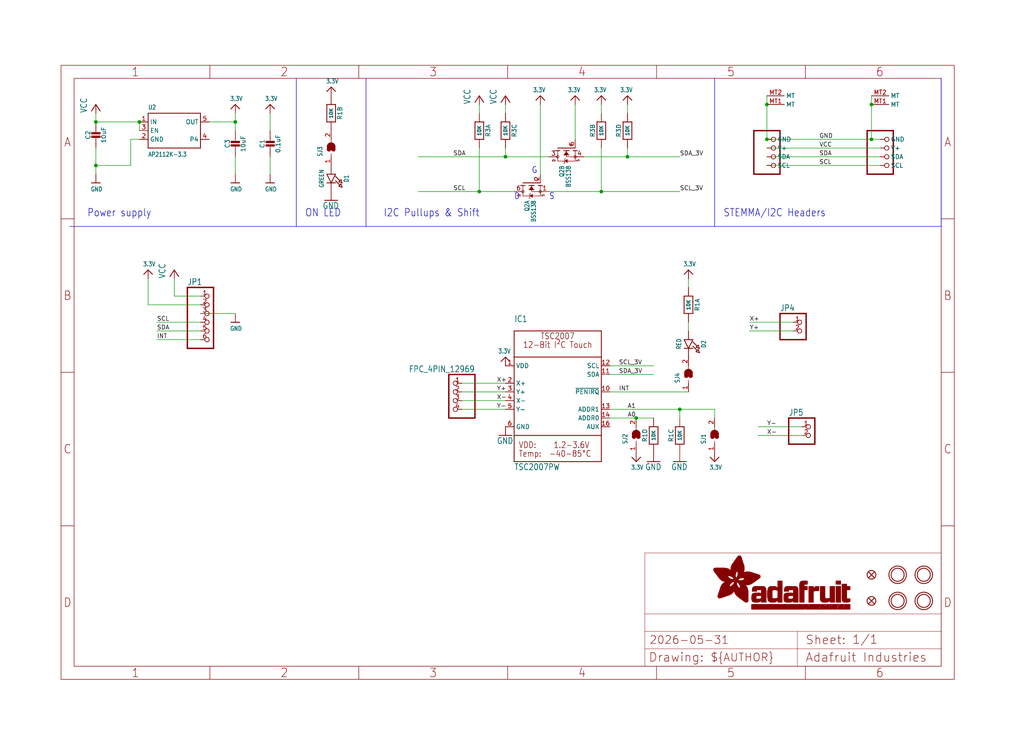
<source format=kicad_sch>
(kicad_sch (version 20230121) (generator eeschema)
  (paper "User" 298.45 217.322)
  (lib_symbols
    (symbol "working-eagle-import:3.3V" (power)
      (property "Value" "3.3V" (at -1.524 1.016 0))
      (symbol "3.3V_1_0"
        (pin power_in line (at 0 -2.54 90) (length 2.54) (name "3.3V") (number "1"))
      )
    )
    (symbol "working-eagle-import:CAP_CERAMIC0603_NO"
      (property "Reference" "C" (at -2.29 1.25 90))
      (symbol "CAP_CERAMIC0603_NO_1_0"
        (pin passive line (at 0 5.08 270) (length 2.54) (name "1") (number "1"))
        (pin passive line (at 0 -2.54 90) (length 2.54) (name "2") (number "2"))
      )
    )
    (symbol "working-eagle-import:CAP_CERAMIC0805-NOOUTLINE"
      (property "Reference" "C" (at -2.29 1.25 90))
      (symbol "CAP_CERAMIC0805-NOOUTLINE_1_0"
        (pin passive line (at 0 5.08 270) (length 2.54) (name "1") (number "1"))
        (pin passive line (at 0 -2.54 90) (length 2.54) (name "2") (number "2"))
      )
    )
    (symbol "working-eagle-import:FIDUCIAL_1MM")
    (symbol "working-eagle-import:FPC_4PIN_12969"
      (symbol "FPC_4PIN_12969_1_0"
        (pin passive inverted (at -2.54 -2.54 0) (length 2.54) (name "4") (number "1"))
        (pin passive inverted (at -2.54 0 0) (length 2.54) (name "3") (number "2"))
        (pin passive inverted (at -2.54 2.54 0) (length 2.54) (name "2") (number "3"))
        (pin passive inverted (at -2.54 5.08 0) (length 2.54) (name "1") (number "4"))
      )
    )
    (symbol "working-eagle-import:FRAME_A4_ADAFRUIT"
      (symbol "FRAME_A4_ADAFRUIT_1_0"
        (text "${#}/${##}" (at 230.505 10.16 0) (effects (font (size 2.54 2.54)) (justify left bottom)))
        (text "${AUTHOR}" (at 189.23 5.08 0) (effects (font (size 2.286 2.286)) (justify left bottom)))
        (text "${CURRENT_DATE}" (at 171.45 10.16 0) (effects (font (size 2.286 2.286)) (justify left bottom)))
        (text "${PROJECTNAME}" (at 171.45 15.24 0) (effects (font (size 2.54 2.54)) (justify left bottom)))
        (text "1" (at 21.6958 1.905 0) (effects (font (size 2.54 2.286))))
        (text "1" (at 21.6958 177.165 0) (effects (font (size 2.54 2.286))))
        (text "2" (at 65.0875 1.905 0) (effects (font (size 2.54 2.286))))
        (text "2" (at 65.0875 177.165 0) (effects (font (size 2.54 2.286))))
        (text "3" (at 108.4792 1.905 0) (effects (font (size 2.54 2.286))))
        (text "3" (at 108.4792 177.165 0) (effects (font (size 2.54 2.286))))
        (text "4" (at 151.8708 1.905 0) (effects (font (size 2.54 2.286))))
        (text "4" (at 151.8708 177.165 0) (effects (font (size 2.54 2.286))))
        (text "5" (at 195.2625 1.905 0) (effects (font (size 2.54 2.286))))
        (text "5" (at 195.2625 177.165 0) (effects (font (size 2.54 2.286))))
        (text "6" (at 238.6542 1.905 0) (effects (font (size 2.54 2.286))))
        (text "6" (at 238.6542 177.165 0) (effects (font (size 2.54 2.286))))
        (text "A" (at 1.905 156.6863 0) (effects (font (size 2.54 2.286))))
        (text "A" (at 258.445 156.6863 0) (effects (font (size 2.54 2.286))))
        (text "Adafruit Industries" (at 216.916 4.953 0) (effects (font (size 2.54 2.54)) (justify left bottom)))
        (text "B" (at 1.905 111.9188 0) (effects (font (size 2.54 2.286))))
        (text "B" (at 258.445 111.9188 0) (effects (font (size 2.54 2.286))))
        (text "C" (at 1.905 67.1513 0) (effects (font (size 2.54 2.286))))
        (text "C" (at 258.445 67.1513 0) (effects (font (size 2.54 2.286))))
        (text "D" (at 1.905 22.3838 0) (effects (font (size 2.54 2.286))))
        (text "D" (at 258.445 22.3838 0) (effects (font (size 2.54 2.286))))
        (text "Drawing:" (at 171.196 4.953 0) (effects (font (size 2.54 2.54)) (justify left bottom)))
        (text "Sheet:" (at 216.916 10.033 0) (effects (font (size 2.54 2.54)) (justify left bottom)))
      )
    )
    (symbol "working-eagle-import:GND" (power)
      (property "Value" "GND" (at -1.524 -2.54 0))
      (symbol "GND_1_0"
        (pin power_in line (at 0 2.54 270) (length 2.54) (name "GND") (number "1"))
      )
    )
    (symbol "working-eagle-import:HEADER-1X2ROUND"
      (property "Reference" "JP" (at -6.35 5.715 0))
      (symbol "HEADER-1X2ROUND_1_0"
        (pin passive inverted (at -2.54 2.54 0) (length 2.54) (name "1") (number "1"))
        (pin passive inverted (at -2.54 0 0) (length 2.54) (name "2") (number "2"))
      )
    )
    (symbol "working-eagle-import:HEADER-1X670MIL"
      (property "Reference" "JP" (at -6.35 10.795 0))
      (symbol "HEADER-1X670MIL_1_0"
        (pin passive inverted (at -2.54 7.62 0) (length 2.54) (name "1") (number "1"))
        (pin passive inverted (at -2.54 5.08 0) (length 2.54) (name "2") (number "2"))
        (pin passive inverted (at -2.54 2.54 0) (length 2.54) (name "3") (number "3"))
        (pin passive inverted (at -2.54 0 0) (length 2.54) (name "4") (number "4"))
        (pin passive inverted (at -2.54 -2.54 0) (length 2.54) (name "5") (number "5"))
        (pin passive inverted (at -2.54 -5.08 0) (length 2.54) (name "6") (number "6"))
      )
    )
    (symbol "working-eagle-import:LED0603_NOOUTLINE"
      (property "Reference" "D" (at -1.27 4.445 0))
      (symbol "LED0603_NOOUTLINE_1_0"
        (pin passive line (at -5.08 0 0) (length 2.54) (name "A") (number "A"))
        (pin passive line (at 2.54 0 180) (length 2.54) (name "C") (number "C"))
      )
    )
    (symbol "working-eagle-import:MOSFET-N_DUAL"
      (property "Reference" "Q" (at 5.08 0.635 0))
      (symbol "MOSFET-N_DUAL_1_0"
        (text "D" (at 3.175 3.175 0) (effects (font (size 0.8128 0.6908)) (justify left bottom)))
        (text "G" (at -1.27 -1.905 0) (effects (font (size 0.8128 0.6908)) (justify left bottom)))
        (text "S" (at 3.175 -3.81 0) (effects (font (size 0.8128 0.6908)) (justify left bottom)))
        (pin bidirectional line (at 2.54 -5.08 90) (length 2.54) (name "S") (number "1"))
        (pin bidirectional line (at -2.54 -2.54 0) (length 2.54) (name "G") (number "2"))
        (pin bidirectional line (at 2.54 5.08 270) (length 2.54) (name "D") (number "6"))
      )
      (symbol "MOSFET-N_DUAL_2_0"
        (text "D" (at 3.175 3.175 0) (effects (font (size 0.8128 0.6908)) (justify left bottom)))
        (text "G" (at -1.27 -1.905 0) (effects (font (size 0.8128 0.6908)) (justify left bottom)))
        (text "S" (at 3.175 -3.81 0) (effects (font (size 0.8128 0.6908)) (justify left bottom)))
        (pin bidirectional line (at 2.54 5.08 270) (length 2.54) (name "D") (number "3"))
        (pin bidirectional line (at 2.54 -5.08 90) (length 2.54) (name "S") (number "4"))
        (pin bidirectional line (at -2.54 -2.54 0) (length 2.54) (name "G") (number "5"))
      )
    )
    (symbol "working-eagle-import:MOUNTINGHOLE2.5")
    (symbol "working-eagle-import:RESISTOR_4PACK"
      (property "Reference" "R" (at 0 2.54 0))
      (symbol "RESISTOR_4PACK_1_0"
        (pin passive line (at -5.08 0 0) (length 2.54) (name "1") (number "1"))
        (pin passive line (at 5.08 0 180) (length 2.54) (name "2") (number "8"))
      )
      (symbol "RESISTOR_4PACK_2_0"
        (pin passive line (at -5.08 0 0) (length 2.54) (name "1") (number "2"))
        (pin passive line (at 5.08 0 180) (length 2.54) (name "2") (number "7"))
      )
      (symbol "RESISTOR_4PACK_3_0"
        (pin passive line (at -5.08 0 0) (length 2.54) (name "1") (number "3"))
        (pin passive line (at 5.08 0 180) (length 2.54) (name "2") (number "6"))
      )
      (symbol "RESISTOR_4PACK_4_0"
        (pin passive line (at -5.08 0 0) (length 2.54) (name "1") (number "4"))
        (pin passive line (at 5.08 0 180) (length 2.54) (name "2") (number "5"))
      )
    )
    (symbol "working-eagle-import:SOLDERJUMPER"
      (property "Reference" "SJ" (at -2.54 2.54 0))
      (symbol "SOLDERJUMPER_1_0"
        (pin passive line (at -5.08 0 0) (length 2.54) (name "1") (number "1"))
        (pin passive line (at 5.08 0 180) (length 2.54) (name "2") (number "2"))
      )
    )
    (symbol "working-eagle-import:SOLDERJUMPERCLOSED"
      (property "Reference" "SJ" (at -2.54 2.54 0))
      (symbol "SOLDERJUMPERCLOSED_1_0"
        (pin passive line (at -5.08 0 0) (length 2.54) (name "1") (number "1"))
        (pin passive line (at 5.08 0 180) (length 2.54) (name "2") (number "2"))
      )
    )
    (symbol "working-eagle-import:STEMMA_I2C_QT"
      (symbol "STEMMA_I2C_QT_1_0"
        (pin passive inverted (at 0 5.08 0) (length 2.54) (name "GND") (number "1"))
        (pin passive inverted (at 0 2.54 0) (length 2.54) (name "V+") (number "2"))
        (pin passive inverted (at 0 0 0) (length 2.54) (name "SDA") (number "3"))
        (pin passive inverted (at 0 -2.54 0) (length 2.54) (name "SCL") (number "4"))
      )
      (symbol "STEMMA_I2C_QT_2_0"
        (pin bidirectional line (at 0 0 0) (length 5.08) (name "MT") (number "MT1"))
      )
      (symbol "STEMMA_I2C_QT_3_0"
        (pin bidirectional line (at 0 0 0) (length 5.08) (name "MT") (number "MT2"))
      )
    )
    (symbol "working-eagle-import:TSC2007PW"
      (property "Reference" "IC" (at -12.7 20.32 0))
      (symbol "TSC2007PW_1_0"
        (text "-40-85°C" (at -2.54 -19.05 0) (effects (font (size 1.778 1.5113)) (justify left bottom)))
        (text "1.2-3.6V" (at -1.27 -16.51 0) (effects (font (size 1.778 1.5113)) (justify left bottom)))
        (text "12-Bit I²C Touch" (at -10.16 12.7 0) (effects (font (size 1.778 1.5113)) (justify left bottom)))
        (text "Temp:" (at -11.43 -19.05 0) (effects (font (size 1.778 1.5113)) (justify left bottom)))
        (text "TSC2007" (at -5.08 15.24 0) (effects (font (size 1.778 1.5113)) (justify left bottom)))
        (text "VDD:" (at -11.43 -16.51 0) (effects (font (size 1.778 1.5113)) (justify left bottom)))
        (pin bidirectional line (at -15.24 7.62 0) (length 2.54) (name "VDD") (number "1"))
        (pin output line (at 15.24 0 180) (length 2.54) (name "~{PENIRQ}") (number "10"))
        (pin bidirectional line (at 15.24 5.08 180) (length 2.54) (name "SDA") (number "11"))
        (pin bidirectional line (at 15.24 7.62 180) (length 2.54) (name "SCL") (number "12"))
        (pin input line (at 15.24 -5.08 180) (length 2.54) (name "ADDR1") (number "13"))
        (pin input line (at 15.24 -7.62 180) (length 2.54) (name "ADDR0") (number "14"))
        (pin input line (at 15.24 -10.16 180) (length 2.54) (name "AUX") (number "16"))
        (pin input line (at -15.24 2.54 0) (length 2.54) (name "X+") (number "2"))
        (pin input line (at -15.24 0 0) (length 2.54) (name "Y+") (number "3"))
        (pin input line (at -15.24 -2.54 0) (length 2.54) (name "X-") (number "4"))
        (pin input line (at -15.24 -5.08 0) (length 2.54) (name "Y-") (number "5"))
        (pin bidirectional line (at -15.24 -10.16 0) (length 2.54) (name "GND") (number "6"))
      )
    )
    (symbol "working-eagle-import:VCC" (power)
      (property "Value" "VCC" (at -2.54 -2.54 90))
      (symbol "VCC_1_0"
        (pin power_in line (at 0 -2.54 90) (length 2.54) (name "VCC") (number "1"))
      )
    )
    (symbol "working-eagle-import:VREG_SOT23-5"
      (property "Reference" "U" (at -7.62 6.096 0))
      (symbol "VREG_SOT23-5_1_0"
        (pin power_in line (at -10.16 2.54 0) (length 2.54) (name "IN") (number "1"))
        (pin power_in line (at -10.16 -2.54 0) (length 2.54) (name "GND") (number "2"))
        (pin input line (at -10.16 0 0) (length 2.54) (name "EN") (number "3"))
        (pin bidirectional line (at 10.16 -2.54 180) (length 2.54) (name "P4") (number "4"))
        (pin power_in line (at 10.16 2.54 180) (length 2.54) (name "OUT") (number "5"))
      )
    )
    (symbol "working-eagle-import:supply1_GND" (power)
      (property "Value" "supply1_GND" (at -2.54 -2.54 0))
      (symbol "supply1_GND_1_0"
        (pin power_in line (at 0 2.54 270) (length 2.54) (name "GND") (number "1"))
      )
    )
  )
  (junction (at 27.94 48.26))
  (junction (at 223.52 30.48))
  (junction (at 223.52 40.64))
  (junction (at 254 30.48))
  (junction (at 185.42 121.92))
  (junction (at 147.32 45.72))
  (junction (at 254 40.64))
  (junction (at 40.64 35.56))
  (junction (at 27.94 35.56))
  (junction (at 139.7 55.88))
  (junction (at 182.88 45.72))
  (junction (at 175.26 55.88))
  (junction (at 198.12 119.38))
  (junction (at 68.58 35.56))
  (wire (pts (xy 134.62 119.38) (xy 147.32 119.38)) (stroke (width 0.1524)))
  (wire (pts (xy 147.32 43.18) (xy 147.32 45.72)) (stroke (width 0.1524)))
  (wire (pts (xy 175.26 43.18) (xy 175.26 55.88)) (stroke (width 0.1524)))
  (polyline (pts (xy 86.36 66.04) (xy 106.68 66.04)) (stroke (width 0.1524) (type solid)))
  (wire (pts (xy 182.88 43.18) (xy 182.88 45.72)) (stroke (width 0.1524)))
  (wire (pts (xy 58.42 86.36) (xy 50.8 86.36)) (stroke (width 0.1524)))
  (wire (pts (xy 170.18 45.72) (xy 182.88 45.72)) (stroke (width 0.1524)))
  (wire (pts (xy 134.62 114.3) (xy 147.32 114.3)) (stroke (width 0.1524)))
  (wire (pts (xy 254 27.94) (xy 254 30.48)) (stroke (width 0.1524)))
  (wire (pts (xy 223.52 27.94) (xy 223.52 30.48)) (stroke (width 0.1524)))
  (wire (pts (xy 200.66 96.52) (xy 200.66 93.98)) (stroke (width 0.1524)))
  (wire (pts (xy 40.64 38.1) (xy 40.64 35.56)) (stroke (width 0.1524)))
  (wire (pts (xy 43.18 88.9) (xy 43.18 81.28)) (stroke (width 0.1524)))
  (wire (pts (xy 177.8 114.3) (xy 200.66 114.3)) (stroke (width 0.1524)))
  (wire (pts (xy 220.98 127) (xy 233.68 127)) (stroke (width 0.1524)))
  (wire (pts (xy 58.42 91.44) (xy 68.58 91.44)) (stroke (width 0.1524)))
  (wire (pts (xy 218.44 93.98) (xy 231.14 93.98)) (stroke (width 0.1524)))
  (wire (pts (xy 185.42 121.92) (xy 177.8 121.92)) (stroke (width 0.1524)))
  (wire (pts (xy 68.58 35.56) (xy 68.58 38.1)) (stroke (width 0.1524)))
  (wire (pts (xy 68.58 45.72) (xy 68.58 50.8)) (stroke (width 0.1524)))
  (polyline (pts (xy 20.32 66.04) (xy 86.36 66.04)) (stroke (width 0.1524) (type solid)))
  (wire (pts (xy 78.74 45.72) (xy 78.74 50.8)) (stroke (width 0.1524)))
  (wire (pts (xy 58.42 99.06) (xy 45.72 99.06)) (stroke (width 0.1524)))
  (wire (pts (xy 60.96 35.56) (xy 68.58 35.56)) (stroke (width 0.1524)))
  (wire (pts (xy 208.28 119.38) (xy 208.28 121.92)) (stroke (width 0.1524)))
  (wire (pts (xy 38.1 48.26) (xy 27.94 48.26)) (stroke (width 0.1524)))
  (wire (pts (xy 147.32 116.84) (xy 134.62 116.84)) (stroke (width 0.1524)))
  (wire (pts (xy 139.7 55.88) (xy 121.92 55.88)) (stroke (width 0.1524)))
  (wire (pts (xy 256.54 40.64) (xy 254 40.64)) (stroke (width 0.1524)))
  (wire (pts (xy 223.52 43.18) (xy 256.54 43.18)) (stroke (width 0.1524)))
  (wire (pts (xy 134.62 111.76) (xy 147.32 111.76)) (stroke (width 0.1524)))
  (polyline (pts (xy 106.68 66.04) (xy 208.28 66.04)) (stroke (width 0.1524) (type solid)))
  (polyline (pts (xy 208.28 22.86) (xy 208.28 66.04)) (stroke (width 0.1524) (type solid)))
  (wire (pts (xy 149.86 55.88) (xy 139.7 55.88)) (stroke (width 0.1524)))
  (wire (pts (xy 139.7 30.48) (xy 139.7 33.02)) (stroke (width 0.1524)))
  (wire (pts (xy 223.52 30.48) (xy 223.52 40.64)) (stroke (width 0.1524)))
  (wire (pts (xy 40.64 40.64) (xy 38.1 40.64)) (stroke (width 0.1524)))
  (wire (pts (xy 223.52 48.26) (xy 256.54 48.26)) (stroke (width 0.1524)))
  (wire (pts (xy 27.94 33.02) (xy 27.94 35.56)) (stroke (width 0.1524)))
  (wire (pts (xy 38.1 40.64) (xy 38.1 48.26)) (stroke (width 0.1524)))
  (wire (pts (xy 78.74 33.02) (xy 78.74 38.1)) (stroke (width 0.1524)))
  (wire (pts (xy 198.12 119.38) (xy 208.28 119.38)) (stroke (width 0.1524)))
  (wire (pts (xy 198.12 119.38) (xy 198.12 121.92)) (stroke (width 0.1524)))
  (wire (pts (xy 27.94 48.26) (xy 27.94 50.8)) (stroke (width 0.1524)))
  (wire (pts (xy 139.7 43.18) (xy 139.7 55.88)) (stroke (width 0.1524)))
  (polyline (pts (xy 274.32 22.86) (xy 274.32 66.04)) (stroke (width 0.1524) (type solid)))
  (wire (pts (xy 27.94 48.26) (xy 27.94 43.18)) (stroke (width 0.1524)))
  (polyline (pts (xy 106.68 22.86) (xy 106.68 66.04)) (stroke (width 0.1524) (type solid)))
  (wire (pts (xy 177.8 106.68) (xy 190.5 106.68)) (stroke (width 0.1524)))
  (wire (pts (xy 50.8 86.36) (xy 50.8 81.28)) (stroke (width 0.1524)))
  (wire (pts (xy 160.02 45.72) (xy 147.32 45.72)) (stroke (width 0.1524)))
  (wire (pts (xy 167.64 40.64) (xy 167.64 30.48)) (stroke (width 0.1524)))
  (wire (pts (xy 182.88 33.02) (xy 182.88 30.48)) (stroke (width 0.1524)))
  (wire (pts (xy 40.64 35.56) (xy 27.94 35.56)) (stroke (width 0.1524)))
  (polyline (pts (xy 208.28 66.04) (xy 274.32 66.04)) (stroke (width 0.1524) (type solid)))
  (wire (pts (xy 177.8 119.38) (xy 198.12 119.38)) (stroke (width 0.1524)))
  (wire (pts (xy 157.48 50.8) (xy 157.48 30.48)) (stroke (width 0.1524)))
  (wire (pts (xy 175.26 55.88) (xy 198.12 55.88)) (stroke (width 0.1524)))
  (wire (pts (xy 177.8 109.22) (xy 190.5 109.22)) (stroke (width 0.1524)))
  (wire (pts (xy 160.02 55.88) (xy 175.26 55.88)) (stroke (width 0.1524)))
  (wire (pts (xy 147.32 33.02) (xy 147.32 30.48)) (stroke (width 0.1524)))
  (wire (pts (xy 220.98 124.46) (xy 233.68 124.46)) (stroke (width 0.1524)))
  (wire (pts (xy 182.88 45.72) (xy 198.12 45.72)) (stroke (width 0.1524)))
  (wire (pts (xy 58.42 88.9) (xy 43.18 88.9)) (stroke (width 0.1524)))
  (wire (pts (xy 254 40.64) (xy 223.52 40.64)) (stroke (width 0.1524)))
  (wire (pts (xy 58.42 93.98) (xy 45.72 93.98)) (stroke (width 0.1524)))
  (wire (pts (xy 68.58 35.56) (xy 68.58 33.02)) (stroke (width 0.1524)))
  (wire (pts (xy 256.54 45.72) (xy 223.52 45.72)) (stroke (width 0.1524)))
  (wire (pts (xy 218.44 96.52) (xy 231.14 96.52)) (stroke (width 0.1524)))
  (wire (pts (xy 175.26 33.02) (xy 175.26 30.48)) (stroke (width 0.1524)))
  (wire (pts (xy 254 30.48) (xy 254 40.64)) (stroke (width 0.1524)))
  (wire (pts (xy 200.66 81.28) (xy 200.66 83.82)) (stroke (width 0.1524)))
  (polyline (pts (xy 86.36 22.86) (xy 86.36 66.04)) (stroke (width 0.1524) (type solid)))
  (wire (pts (xy 147.32 45.72) (xy 121.92 45.72)) (stroke (width 0.1524)))
  (wire (pts (xy 190.5 121.92) (xy 185.42 121.92)) (stroke (width 0.1524)))
  (wire (pts (xy 58.42 96.52) (xy 45.72 96.52)) (stroke (width 0.1524)))
  (text "I2C Pullups & Shift" (at 111.76 63.5 0) (effects (font (size 2.1844 1.8567)) (justify left bottom)))
  (text "S" (at 160.02 58.42 0) (effects (font (size 1.778 1.5113)) (justify left bottom)))
  (text "D" (at 149.86 58.42 0) (effects (font (size 1.778 1.5113)) (justify left bottom)))
  (text "Power supply" (at 25.4 63.5 0) (effects (font (size 2.1844 1.8567)) (justify left bottom)))
  (text "STEMMA/I2C Headers" (at 210.82 63.5 0) (effects (font (size 2.1844 1.8567)) (justify left bottom)))
  (text "ON LED" (at 88.9 63.5 0) (effects (font (size 2.1844 1.8567)) (justify left bottom)))
  (text "G" (at 154.94 50.8 0) (effects (font (size 1.778 1.5113)) (justify left bottom)))
  (label "SCL" (at 132.08 55.88 0) (effects (font (size 1.2446 1.2446))))
  (label "SCL" (at 45.72 93.98 0) (effects (font (size 1.2446 1.2446))))
  (label "SDA" (at 132.08 45.72 0) (effects (font (size 1.2446 1.2446))))
  (label "A0" (at 182.88 121.92 0) (effects (font (size 1.2446 1.2446))))
  (label "X+" (at 218.44 93.98 0) (effects (font (size 1.2446 1.2446))))
  (label "SDA_3V" (at 198.12 45.72 0) (effects (font (size 1.2446 1.2446))))
  (label "X+" (at 144.78 111.76 0) (effects (font (size 1.2446 1.2446))))
  (label "SCL_3V" (at 180.34 106.68 0) (effects (font (size 1.2446 1.2446))))
  (label "Y-" (at 223.52 124.46 0) (effects (font (size 1.2446 1.2446))))
  (label "INT" (at 45.72 99.06 0) (effects (font (size 1.2446 1.2446))))
  (label "SCL" (at 238.76 48.26 0) (effects (font (size 1.2446 1.2446))))
  (label "SDA" (at 45.72 96.52 0) (effects (font (size 1.2446 1.2446))))
  (label "SDA" (at 238.76 45.72 0) (effects (font (size 1.2446 1.2446))))
  (label "VCC" (at 238.76 43.18 0) (effects (font (size 1.2446 1.2446))))
  (label "Y-" (at 144.78 119.38 0) (effects (font (size 1.2446 1.2446))))
  (label "SCL_3V" (at 198.12 55.88 0) (effects (font (size 1.2446 1.2446))))
  (label "X-" (at 223.52 127 0) (effects (font (size 1.2446 1.2446))))
  (label "X-" (at 144.78 116.84 0) (effects (font (size 1.2446 1.2446))))
  (label "Y+" (at 218.44 96.52 0) (effects (font (size 1.2446 1.2446))))
  (label "Y+" (at 144.78 114.3 0) (effects (font (size 1.2446 1.2446))))
  (label "INT" (at 180.34 114.3 0) (effects (font (size 1.2446 1.2446))))
  (label "A1" (at 182.88 119.38 0) (effects (font (size 1.2446 1.2446))))
  (label "GND" (at 238.76 40.64 0) (effects (font (size 1.2446 1.2446))))
  (label "SDA_3V" (at 180.34 109.22 0) (effects (font (size 1.2446 1.2446))))
  (symbol (lib_id "working-eagle-import:RESISTOR_4PACK") (at 200.66 88.9 270) (unit 1)
    (property "Reference" "R1" (at 203.2 88.9 0))
    (property "Value" "10K" (at 200.66 88.9 0) (effects (font (size 1.016 1.016) bold)))
    (property "Footprint" "working:RESPACK_4X0603" (effects hide))
  )
  (symbol (lib_id "working-eagle-import:CAP_CERAMIC0805-NOOUTLINE") (at 27.94 40.64 0) (unit 1)
    (property "Reference" "C2" (at 25.65 39.39 90))
    (property "Value" "10uF" (at 30.24 39.39 90))
    (property "Footprint" "working:0805-NO" (effects hide))
  )
  (symbol (lib_id "working-eagle-import:supply1_GND") (at 147.32 127 0) (unit 1)
    (property "Reference" "#GND1" (effects hide))
    (property "Value" "GND" (at 144.78 129.54 0) (effects (font (size 1.778 1.5113)) (justify left bottom)))
  )
  (symbol (lib_id "working-eagle-import:supply1_GND") (at 96.52 58.42 0) (unit 1)
    (property "Reference" "#GND6" (effects hide))
    (property "Value" "GND" (at 93.98 60.96 0) (effects (font (size 1.778 1.5113)) (justify left bottom)))
  )
  (symbol (lib_id "working-eagle-import:3.3V") (at 200.66 78.74 0) (unit 1)
    (property "Reference" "#U$11" (effects hide))
    (property "Value" "3.3V" (at 199.136 77.724 0) (effects (font (size 1.27 1.0795)) (justify left bottom)))
  )
  (symbol (lib_id "working-eagle-import:FPC_4PIN_12969") (at 132.08 114.3 180) (unit 1)
    (property "Reference" "U$4" (effects hide))
    (property "Value" "FPC_4PIN_12969" (at 138.43 106.68 0) (effects (font (size 1.778 1.5113)) (justify left bottom)))
    (property "Footprint" "working:FPC_CONN_1MM_DUAL_4P" (effects hide))
  )
  (symbol (lib_id "working-eagle-import:RESISTOR_4PACK") (at 147.32 38.1 270) (unit 3)
    (property "Reference" "R3" (at 149.86 38.1 0))
    (property "Value" "10K" (at 147.32 38.1 0) (effects (font (size 1.016 1.016) bold)))
    (property "Footprint" "working:RESPACK_4X0603" (effects hide))
  )
  (symbol (lib_id "working-eagle-import:CAP_CERAMIC0805-NOOUTLINE") (at 68.58 43.18 0) (unit 1)
    (property "Reference" "C3" (at 66.29 41.93 90))
    (property "Value" "10uF" (at 70.88 41.93 90))
    (property "Footprint" "working:0805-NO" (effects hide))
  )
  (symbol (lib_id "working-eagle-import:GND") (at 68.58 53.34 0) (unit 1)
    (property "Reference" "#U$5" (effects hide))
    (property "Value" "GND" (at 67.056 55.88 0) (effects (font (size 1.27 1.0795)) (justify left bottom)))
  )
  (symbol (lib_id "working-eagle-import:SOLDERJUMPER") (at 208.28 127 90) (unit 1)
    (property "Reference" "SJ1" (at 205.74 129.54 0) (effects (font (size 1.27 1.0795)) (justify left bottom)))
    (property "Value" "SOLDERJUMPER" (effects hide))
    (property "Footprint" "working:SOLDERJUMPER_ARROW_NOPASTE" (effects hide))
  )
  (symbol (lib_id "working-eagle-import:3.3V") (at 43.18 78.74 0) (unit 1)
    (property "Reference" "#U$16" (effects hide))
    (property "Value" "3.3V" (at 41.656 77.724 0) (effects (font (size 1.27 1.0795)) (justify left bottom)))
  )
  (symbol (lib_id "working-eagle-import:3.3V") (at 208.28 134.62 0) (mirror x) (unit 1)
    (property "Reference" "#U$9" (effects hide))
    (property "Value" "3.3V" (at 206.756 135.636 0) (effects (font (size 1.27 1.0795)) (justify left bottom)))
  )
  (symbol (lib_id "working-eagle-import:RESISTOR_4PACK") (at 175.26 38.1 90) (mirror x) (unit 2)
    (property "Reference" "R3" (at 172.72 38.1 0))
    (property "Value" "10K" (at 175.26 38.1 0) (effects (font (size 1.016 1.016) bold)))
    (property "Footprint" "working:RESPACK_4X0603" (effects hide))
  )
  (symbol (lib_id "working-eagle-import:VCC") (at 27.94 30.48 0) (unit 1)
    (property "Reference" "#P+3" (effects hide))
    (property "Value" "VCC" (at 25.4 33.02 90) (effects (font (size 1.778 1.5113)) (justify left bottom)))
  )
  (symbol (lib_id "working-eagle-import:MOUNTINGHOLE2.5") (at 269.24 175.26 0) (unit 1)
    (property "Reference" "U$21" (effects hide))
    (property "Value" "MOUNTINGHOLE2.5" (effects hide))
    (property "Footprint" "working:MOUNTINGHOLE_2.5_PLATED" (effects hide))
  )
  (symbol (lib_id "working-eagle-import:MOUNTINGHOLE2.5") (at 269.24 167.64 0) (unit 1)
    (property "Reference" "U$19" (effects hide))
    (property "Value" "MOUNTINGHOLE2.5" (effects hide))
    (property "Footprint" "working:MOUNTINGHOLE_2.5_PLATED" (effects hide))
  )
  (symbol (lib_id "working-eagle-import:STEMMA_I2C_QT") (at 223.52 27.94 0) (unit 3)
    (property "Reference" "CONN3" (effects hide))
    (property "Value" "STEMMA_I2C_QT" (effects hide))
    (property "Footprint" "working:JST_SH4" (effects hide))
  )
  (symbol (lib_id "working-eagle-import:3.3V") (at 182.88 27.94 0) (mirror y) (unit 1)
    (property "Reference" "#U$7" (effects hide))
    (property "Value" "3.3V" (at 184.404 26.924 0) (effects (font (size 1.27 1.0795)) (justify left bottom)))
  )
  (symbol (lib_id "working-eagle-import:VCC") (at 50.8 78.74 0) (unit 1)
    (property "Reference" "#P+4" (effects hide))
    (property "Value" "VCC" (at 48.26 81.28 90) (effects (font (size 1.778 1.5113)) (justify left bottom)))
  )
  (symbol (lib_id "working-eagle-import:SOLDERJUMPER") (at 185.42 127 90) (unit 1)
    (property "Reference" "SJ2" (at 182.88 129.54 0) (effects (font (size 1.27 1.0795)) (justify left bottom)))
    (property "Value" "SOLDERJUMPER" (effects hide))
    (property "Footprint" "working:SOLDERJUMPER_ARROW_NOPASTE" (effects hide))
  )
  (symbol (lib_id "working-eagle-import:GND") (at 78.74 53.34 0) (unit 1)
    (property "Reference" "#U$6" (effects hide))
    (property "Value" "GND" (at 77.216 55.88 0) (effects (font (size 1.27 1.0795)) (justify left bottom)))
  )
  (symbol (lib_id "working-eagle-import:3.3V") (at 147.32 104.14 0) (mirror y) (unit 1)
    (property "Reference" "#U$2" (effects hide))
    (property "Value" "3.3V" (at 148.844 103.124 0) (effects (font (size 1.27 1.0795)) (justify left bottom)))
  )
  (symbol (lib_id "working-eagle-import:GND") (at 27.94 53.34 0) (unit 1)
    (property "Reference" "#U$13" (effects hide))
    (property "Value" "GND" (at 26.416 55.88 0) (effects (font (size 1.27 1.0795)) (justify left bottom)))
  )
  (symbol (lib_id "working-eagle-import:TSC2007PW") (at 162.56 114.3 0) (unit 1)
    (property "Reference" "IC1" (at 149.86 93.98 0) (effects (font (size 1.778 1.5113)) (justify left bottom)))
    (property "Value" "TSC2007PW" (at 149.86 137.16 0) (effects (font (size 1.778 1.5113)) (justify left bottom)))
    (property "Footprint" "working:TSSOP16" (effects hide))
  )
  (symbol (lib_id "working-eagle-import:RESISTOR_4PACK") (at 96.52 33.02 270) (unit 2)
    (property "Reference" "R1" (at 99.06 33.02 0))
    (property "Value" "10K" (at 96.52 33.02 0) (effects (font (size 1.016 1.016) bold)))
    (property "Footprint" "working:RESPACK_4X0603" (effects hide))
  )
  (symbol (lib_id "working-eagle-import:STEMMA_I2C_QT") (at 254 27.94 0) (unit 3)
    (property "Reference" "CONN4" (effects hide))
    (property "Value" "STEMMA_I2C_QT" (effects hide))
    (property "Footprint" "working:JST_SH4" (effects hide))
  )
  (symbol (lib_id "working-eagle-import:MOSFET-N_DUAL") (at 154.94 53.34 90) (mirror x) (unit 1)
    (property "Reference" "Q2" (at 154.305 58.42 0) (effects (font (size 1.27 1.0795)) (justify left bottom)))
    (property "Value" "BSS138" (at 156.21 58.42 0) (effects (font (size 1.27 1.0795)) (justify left bottom)))
    (property "Footprint" "working:SOT363" (effects hide))
  )
  (symbol (lib_id "working-eagle-import:HEADER-1X2ROUND") (at 233.68 96.52 0) (unit 1)
    (property "Reference" "JP4" (at 227.33 90.805 0) (effects (font (size 1.778 1.5113)) (justify left bottom)))
    (property "Value" "HEADER-1X2ROUND" (effects hide))
    (property "Footprint" "working:1X02_ROUND" (effects hide))
  )
  (symbol (lib_id "working-eagle-import:3.3V") (at 157.48 27.94 0) (mirror y) (unit 1)
    (property "Reference" "#U$26" (effects hide))
    (property "Value" "3.3V" (at 159.004 26.924 0) (effects (font (size 1.27 1.0795)) (justify left bottom)))
  )
  (symbol (lib_id "working-eagle-import:RESISTOR_4PACK") (at 190.5 127 90) (unit 4)
    (property "Reference" "R1" (at 187.96 127 0))
    (property "Value" "10K" (at 190.5 127 0) (effects (font (size 1.016 1.016) bold)))
    (property "Footprint" "working:RESPACK_4X0603" (effects hide))
  )
  (symbol (lib_id "working-eagle-import:HEADER-1X670MIL") (at 60.96 93.98 0) (unit 1)
    (property "Reference" "JP1" (at 54.61 83.185 0) (effects (font (size 1.778 1.5113)) (justify left bottom)))
    (property "Value" "HEADER-1X670MIL" (effects hide))
    (property "Footprint" "working:1X06_ROUND_70" (effects hide))
  )
  (symbol (lib_id "working-eagle-import:HEADER-1X2ROUND") (at 236.22 127 0) (unit 1)
    (property "Reference" "JP5" (at 229.87 121.285 0) (effects (font (size 1.778 1.5113)) (justify left bottom)))
    (property "Value" "HEADER-1X2ROUND" (effects hide))
    (property "Footprint" "working:1X02_ROUND" (effects hide))
  )
  (symbol (lib_id "working-eagle-import:3.3V") (at 68.58 30.48 0) (unit 1)
    (property "Reference" "#U$15" (effects hide))
    (property "Value" "3.3V" (at 67.056 29.464 0) (effects (font (size 1.27 1.0795)) (justify left bottom)))
  )
  (symbol (lib_id "working-eagle-import:RESISTOR_4PACK") (at 182.88 38.1 90) (mirror x) (unit 4)
    (property "Reference" "R3" (at 180.34 38.1 0))
    (property "Value" "10K" (at 182.88 38.1 0) (effects (font (size 1.016 1.016) bold)))
    (property "Footprint" "working:RESPACK_4X0603" (effects hide))
  )
  (symbol (lib_id "working-eagle-import:GND") (at 68.58 93.98 0) (unit 1)
    (property "Reference" "#U$10" (effects hide))
    (property "Value" "GND" (at 67.056 96.52 0) (effects (font (size 1.27 1.0795)) (justify left bottom)))
  )
  (symbol (lib_id "working-eagle-import:VCC") (at 147.32 27.94 0) (unit 1)
    (property "Reference" "#P+2" (effects hide))
    (property "Value" "VCC" (at 144.78 30.48 90) (effects (font (size 1.778 1.5113)) (justify left bottom)))
  )
  (symbol (lib_id "working-eagle-import:MOUNTINGHOLE2.5") (at 261.62 175.26 0) (unit 1)
    (property "Reference" "U$1" (effects hide))
    (property "Value" "MOUNTINGHOLE2.5" (effects hide))
    (property "Footprint" "working:MOUNTINGHOLE_2.5_PLATED" (effects hide))
  )
  (symbol (lib_id "working-eagle-import:STEMMA_I2C_QT") (at 254 30.48 0) (unit 2)
    (property "Reference" "CONN4" (effects hide))
    (property "Value" "STEMMA_I2C_QT" (effects hide))
    (property "Footprint" "working:JST_SH4" (effects hide))
  )
  (symbol (lib_id "working-eagle-import:SOLDERJUMPERCLOSED") (at 200.66 109.22 90) (unit 1)
    (property "Reference" "SJ4" (at 198.12 111.76 0) (effects (font (size 1.27 1.0795)) (justify left bottom)))
    (property "Value" "SOLDERJUMPERCLOSED" (effects hide))
    (property "Footprint" "working:SOLDERJUMPER_CLOSEDWIRE" (effects hide))
  )
  (symbol (lib_id "working-eagle-import:STEMMA_I2C_QT") (at 223.52 30.48 0) (unit 2)
    (property "Reference" "CONN3" (effects hide))
    (property "Value" "STEMMA_I2C_QT" (effects hide))
    (property "Footprint" "working:JST_SH4" (effects hide))
  )
  (symbol (lib_id "working-eagle-import:SOLDERJUMPERCLOSED") (at 96.52 43.18 90) (unit 1)
    (property "Reference" "SJ3" (at 93.98 45.72 0) (effects (font (size 1.27 1.0795)) (justify left bottom)))
    (property "Value" "SOLDERJUMPERCLOSED" (effects hide))
    (property "Footprint" "working:SOLDERJUMPER_CLOSEDWIRE" (effects hide))
  )
  (symbol (lib_id "working-eagle-import:LED0603_NOOUTLINE") (at 96.52 53.34 270) (unit 1)
    (property "Reference" "D1" (at 100.965 52.07 0) (effects (font (size 1.27 1.0795))))
    (property "Value" "GREEN" (at 93.726 52.07 0) (effects (font (size 1.27 1.0795))))
    (property "Footprint" "working:CHIPLED_0603_NOOUTLINE" (effects hide))
  )
  (symbol (lib_id "working-eagle-import:VREG_SOT23-5") (at 50.8 38.1 0) (unit 1)
    (property "Reference" "U2" (at 43.18 32.004 0) (effects (font (size 1.27 1.0795)) (justify left bottom)))
    (property "Value" "AP2112K-3.3" (at 43.18 45.72 0) (effects (font (size 1.27 1.0795)) (justify left bottom)))
    (property "Footprint" "working:SOT23-5" (effects hide))
  )
  (symbol (lib_id "working-eagle-import:supply1_GND") (at 190.5 134.62 0) (unit 1)
    (property "Reference" "#GND2" (effects hide))
    (property "Value" "GND" (at 187.96 137.16 0) (effects (font (size 1.778 1.5113)) (justify left bottom)))
  )
  (symbol (lib_id "working-eagle-import:MOUNTINGHOLE2.5") (at 261.62 167.64 0) (unit 1)
    (property "Reference" "U$17" (effects hide))
    (property "Value" "MOUNTINGHOLE2.5" (effects hide))
    (property "Footprint" "working:MOUNTINGHOLE_2.5_PLATED" (effects hide))
  )
  (symbol (lib_id "working-eagle-import:FRAME_A4_ADAFRUIT") (at 17.78 198.12 0) (unit 1)
    (property "Reference" "#U$18" (effects hide))
    (property "Value" "FRAME_A4_ADAFRUIT" (effects hide))
  )
  (symbol (lib_id "working-eagle-import:RESISTOR_4PACK") (at 198.12 127 90) (unit 3)
    (property "Reference" "R1" (at 195.58 127 0))
    (property "Value" "10K" (at 198.12 127 0) (effects (font (size 1.016 1.016) bold)))
    (property "Footprint" "working:RESPACK_4X0603" (effects hide))
  )
  (symbol (lib_id "working-eagle-import:STEMMA_I2C_QT") (at 223.52 45.72 0) (unit 1)
    (property "Reference" "CONN3" (effects hide))
    (property "Value" "STEMMA_I2C_QT" (effects hide))
    (property "Footprint" "working:JST_SH4" (effects hide))
  )
  (symbol (lib_id "working-eagle-import:VCC") (at 139.7 27.94 0) (unit 1)
    (property "Reference" "#P+1" (effects hide))
    (property "Value" "VCC" (at 137.16 30.48 90) (effects (font (size 1.778 1.5113)) (justify left bottom)))
  )
  (symbol (lib_id "working-eagle-import:3.3V") (at 185.42 134.62 0) (mirror x) (unit 1)
    (property "Reference" "#U$8" (effects hide))
    (property "Value" "3.3V" (at 183.896 135.636 0) (effects (font (size 1.27 1.0795)) (justify left bottom)))
  )
  (symbol (lib_id "working-eagle-import:RESISTOR_4PACK") (at 139.7 38.1 270) (unit 1)
    (property "Reference" "R3" (at 142.24 38.1 0))
    (property "Value" "10K" (at 139.7 38.1 0) (effects (font (size 1.016 1.016) bold)))
    (property "Footprint" "working:RESPACK_4X0603" (effects hide))
  )
  (symbol (lib_id "working-eagle-import:3.3V") (at 78.74 30.48 0) (unit 1)
    (property "Reference" "#U$14" (effects hide))
    (property "Value" "3.3V" (at 77.216 29.464 0) (effects (font (size 1.27 1.0795)) (justify left bottom)))
  )
  (symbol (lib_id "working-eagle-import:STEMMA_I2C_QT") (at 256.54 45.72 0) (unit 1)
    (property "Reference" "CONN4" (effects hide))
    (property "Value" "STEMMA_I2C_QT" (effects hide))
    (property "Footprint" "working:JST_SH4" (effects hide))
  )
  (symbol (lib_id "working-eagle-import:FIDUCIAL_1MM") (at 254 175.26 0) (unit 1)
    (property "Reference" "FID3" (effects hide))
    (property "Value" "FIDUCIAL_1MM" (effects hide))
    (property "Footprint" "working:FIDUCIAL_1MM" (effects hide))
  )
  (symbol (lib_id "working-eagle-import:LED0603_NOOUTLINE") (at 200.66 101.6 270) (unit 1)
    (property "Reference" "D2" (at 205.105 100.33 0) (effects (font (size 1.27 1.0795))))
    (property "Value" "RED" (at 197.866 100.33 0) (effects (font (size 1.27 1.0795))))
    (property "Footprint" "working:CHIPLED_0603_NOOUTLINE" (effects hide))
  )
  (symbol (lib_id "working-eagle-import:3.3V") (at 175.26 27.94 0) (mirror y) (unit 1)
    (property "Reference" "#U$24" (effects hide))
    (property "Value" "3.3V" (at 176.784 26.924 0) (effects (font (size 1.27 1.0795)) (justify left bottom)))
  )
  (symbol (lib_id "working-eagle-import:supply1_GND") (at 198.12 134.62 0) (unit 1)
    (property "Reference" "#GND3" (effects hide))
    (property "Value" "GND" (at 195.58 137.16 0) (effects (font (size 1.778 1.5113)) (justify left bottom)))
  )
  (symbol (lib_id "working-eagle-import:FIDUCIAL_1MM") (at 254 167.64 0) (unit 1)
    (property "Reference" "FID4" (effects hide))
    (property "Value" "FIDUCIAL_1MM" (effects hide))
    (property "Footprint" "working:FIDUCIAL_1MM" (effects hide))
  )
  (symbol (lib_id "working-eagle-import:MOSFET-N_DUAL") (at 165.1 43.18 90) (mirror x) (unit 2)
    (property "Reference" "Q2" (at 164.465 48.26 0) (effects (font (size 1.27 1.0795)) (justify left bottom)))
    (property "Value" "BSS138" (at 166.37 48.26 0) (effects (font (size 1.27 1.0795)) (justify left bottom)))
    (property "Footprint" "working:SOT363" (effects hide))
  )
  (symbol (lib_id "working-eagle-import:3.3V") (at 167.64 27.94 0) (mirror y) (unit 1)
    (property "Reference" "#U$23" (effects hide))
    (property "Value" "3.3V" (at 169.164 26.924 0) (effects (font (size 1.27 1.0795)) (justify left bottom)))
  )
  (symbol (lib_id "working-eagle-import:3.3V") (at 96.52 25.4 0) (unit 1)
    (property "Reference" "#U$3" (effects hide))
    (property "Value" "3.3V" (at 94.996 24.384 0) (effects (font (size 1.27 1.0795)) (justify left bottom)))
  )
  (symbol (lib_id "working-eagle-import:CAP_CERAMIC0603_NO") (at 78.74 43.18 0) (unit 1)
    (property "Reference" "C1" (at 76.45 41.93 90))
    (property "Value" "0.1uF" (at 81.04 41.93 90))
    (property "Footprint" "working:0603-NO" (effects hide))
  )
)
</source>
